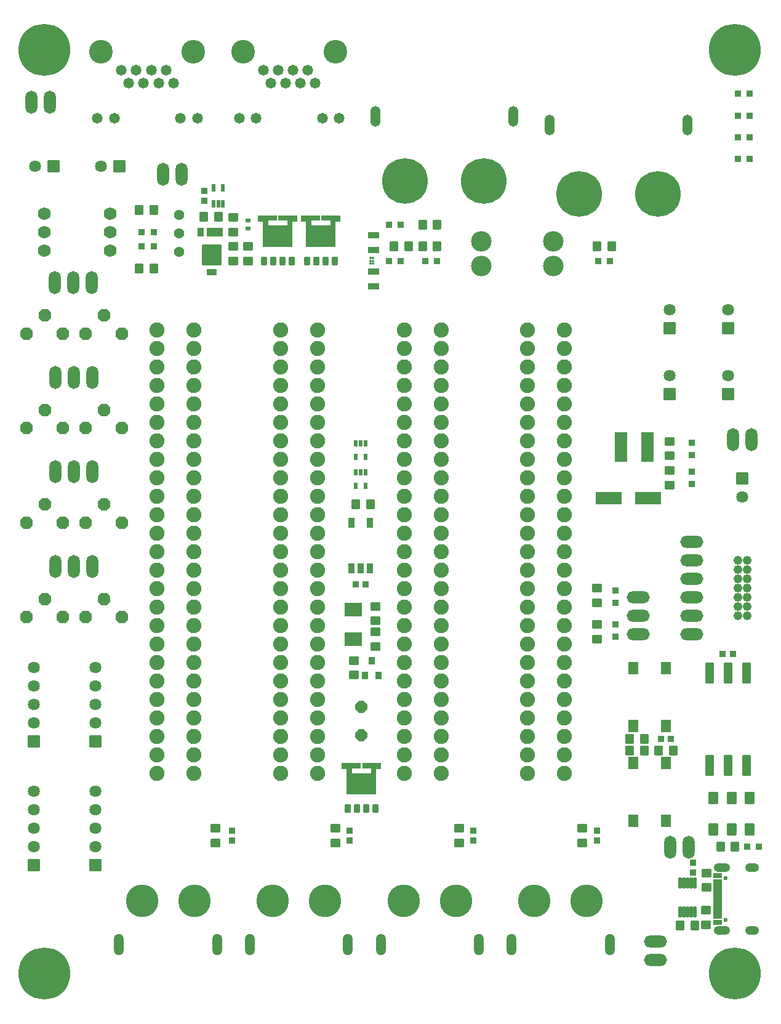
<source format=gbr>
%TF.GenerationSoftware,KiCad,Pcbnew,7.0.1*%
%TF.CreationDate,2023-03-27T08:56:55+09:00*%
%TF.ProjectId,(Eagle)PowerUnit-Bseries(ver2.0),28456167-6c65-4295-906f-776572556e69,rev?*%
%TF.SameCoordinates,Original*%
%TF.FileFunction,Soldermask,Top*%
%TF.FilePolarity,Negative*%
%FSLAX46Y46*%
G04 Gerber Fmt 4.6, Leading zero omitted, Abs format (unit mm)*
G04 Created by KiCad (PCBNEW 7.0.1) date 2023-03-27 08:56:55*
%MOMM*%
%LPD*%
G01*
G04 APERTURE LIST*
G04 Aperture macros list*
%AMRoundRect*
0 Rectangle with rounded corners*
0 $1 Rounding radius*
0 $2 $3 $4 $5 $6 $7 $8 $9 X,Y pos of 4 corners*
0 Add a 4 corners polygon primitive as box body*
4,1,4,$2,$3,$4,$5,$6,$7,$8,$9,$2,$3,0*
0 Add four circle primitives for the rounded corners*
1,1,$1+$1,$2,$3*
1,1,$1+$1,$4,$5*
1,1,$1+$1,$6,$7*
1,1,$1+$1,$8,$9*
0 Add four rect primitives between the rounded corners*
20,1,$1+$1,$2,$3,$4,$5,0*
20,1,$1+$1,$4,$5,$6,$7,0*
20,1,$1+$1,$6,$7,$8,$9,0*
20,1,$1+$1,$8,$9,$2,$3,0*%
%AMFreePoly0*
4,1,17,0.386627,0.869901,0.869901,0.386627,0.888500,0.341726,0.888500,-0.341726,0.869901,-0.386627,0.386627,-0.869901,0.341726,-0.888500,-0.341726,-0.888500,-0.386627,-0.869901,-0.869901,-0.386627,-0.888500,-0.341726,-0.888500,0.341726,-0.869901,0.386627,-0.386627,0.869901,-0.341726,0.888500,0.341726,0.888500,0.386627,0.869901,0.386627,0.869901,$1*%
%AMFreePoly1*
4,1,17,0.355561,0.794901,0.794901,0.355561,0.813500,0.310660,0.813500,-0.310660,0.794901,-0.355561,0.355561,-0.794901,0.310660,-0.813500,-0.310660,-0.813500,-0.355561,-0.794901,-0.794901,-0.355561,-0.813500,-0.310660,-0.813500,0.310660,-0.794901,0.355561,-0.355561,0.794901,-0.310660,0.813500,0.310660,0.813500,0.355561,0.794901,0.355561,0.794901,$1*%
G04 Aperture macros list end*
%ADD10RoundRect,0.063500X0.600000X-0.500000X0.600000X0.500000X-0.600000X0.500000X-0.600000X-0.500000X0*%
%ADD11RoundRect,0.063500X0.200000X0.400000X-0.200000X0.400000X-0.200000X-0.400000X0.200000X-0.400000X0*%
%ADD12RoundRect,0.063500X0.400000X-0.400000X0.400000X0.400000X-0.400000X0.400000X-0.400000X-0.400000X0*%
%ADD13RoundRect,0.063500X0.750000X-0.750000X0.750000X0.750000X-0.750000X0.750000X-0.750000X-0.750000X0*%
%ADD14C,1.627000*%
%ADD15RoundRect,0.063500X1.750000X0.800000X-1.750000X0.800000X-1.750000X-0.800000X1.750000X-0.800000X0*%
%ADD16RoundRect,0.063500X-0.635000X0.381000X-0.635000X-0.381000X0.635000X-0.381000X0.635000X0.381000X0*%
%ADD17RoundRect,0.063500X-1.270000X1.335000X-1.270000X-1.335000X1.270000X-1.335000X1.270000X1.335000X0*%
%ADD18RoundRect,0.063500X0.500000X0.600000X-0.500000X0.600000X-0.500000X-0.600000X0.500000X-0.600000X0*%
%ADD19RoundRect,0.063500X-0.500000X-0.600000X0.500000X-0.600000X0.500000X0.600000X-0.500000X0.600000X0*%
%ADD20FreePoly0,0.000000*%
%ADD21RoundRect,0.063500X-0.400000X0.350000X-0.400000X-0.350000X0.400000X-0.350000X0.400000X0.350000X0*%
%ADD22RoundRect,0.063500X-0.750000X0.750000X-0.750000X-0.750000X0.750000X-0.750000X0.750000X0.750000X0*%
%ADD23C,4.477000*%
%ADD24O,1.327000X2.977000*%
%ADD25RoundRect,0.063500X-0.150000X-0.675000X0.150000X-0.675000X0.150000X0.675000X-0.150000X0.675000X0*%
%ADD26C,3.200000*%
%ADD27C,7.137400*%
%ADD28RoundRect,0.063500X-0.750000X-0.750000X0.750000X-0.750000X0.750000X0.750000X-0.750000X0.750000X0*%
%ADD29RoundRect,0.063500X0.750000X2.000000X-0.750000X2.000000X-0.750000X-2.000000X0.750000X-2.000000X0*%
%ADD30O,1.651000X3.175000*%
%ADD31RoundRect,0.063500X0.400000X0.600000X-0.400000X0.600000X-0.400000X-0.600000X0.400000X-0.600000X0*%
%ADD32C,3.250000*%
%ADD33C,1.477000*%
%ADD34RoundRect,0.063500X-0.340000X-0.550000X0.340000X-0.550000X0.340000X0.550000X-0.340000X0.550000X0*%
%ADD35RoundRect,0.162100X-0.241400X-0.451400X0.241400X-0.451400X0.241400X0.451400X-0.241400X0.451400X0*%
%ADD36RoundRect,0.063500X0.225000X0.475000X-0.225000X0.475000X-0.225000X-0.475000X0.225000X-0.475000X0*%
%ADD37C,0.600000*%
%ADD38RoundRect,0.063500X0.550000X-0.150000X0.550000X0.150000X-0.550000X0.150000X-0.550000X-0.150000X0*%
%ADD39RoundRect,0.063500X0.550000X0.300000X-0.550000X0.300000X-0.550000X-0.300000X0.550000X-0.300000X0*%
%ADD40O,2.227000X1.227000*%
%ADD41O,1.927000X1.227000*%
%ADD42O,3.175000X1.651000*%
%ADD43RoundRect,0.063500X-0.650000X0.775000X-0.650000X-0.775000X0.650000X-0.775000X0.650000X0.775000X0*%
%ADD44RoundRect,0.063500X-0.700000X0.400000X-0.700000X-0.400000X0.700000X-0.400000X0.700000X0.400000X0*%
%ADD45C,6.277000*%
%ADD46O,1.327000X2.827000*%
%ADD47RoundRect,0.063500X-0.400000X0.550000X-0.400000X-0.550000X0.400000X-0.550000X0.400000X0.550000X0*%
%ADD48RoundRect,0.063500X-1.000000X0.550000X-1.000000X-0.550000X1.000000X-0.550000X1.000000X0.550000X0*%
%ADD49RoundRect,0.063500X0.400000X0.400000X-0.400000X0.400000X-0.400000X-0.400000X0.400000X-0.400000X0*%
%ADD50C,2.077000*%
%ADD51RoundRect,0.063500X-0.400000X-0.400000X0.400000X-0.400000X0.400000X0.400000X-0.400000X0.400000X0*%
%ADD52RoundRect,0.178500X0.000000X0.000000X0.000000X0.000000X0.000000X0.000000X0.000000X0.000000X0*%
%ADD53C,1.762000*%
%ADD54C,1.227000*%
%ADD55RoundRect,0.063500X-0.400000X-0.450000X0.400000X-0.450000X0.400000X0.450000X-0.400000X0.450000X0*%
%ADD56RoundRect,0.063500X0.500000X-1.350000X0.500000X1.350000X-0.500000X1.350000X-0.500000X-1.350000X0*%
%ADD57RoundRect,0.063500X-0.600000X0.500000X-0.600000X-0.500000X0.600000X-0.500000X0.600000X0.500000X0*%
%ADD58RoundRect,0.063500X-0.350000X-0.400000X0.350000X-0.400000X0.350000X0.400000X-0.350000X0.400000X0*%
%ADD59RoundRect,0.063500X1.080000X-0.890000X1.080000X0.890000X-1.080000X0.890000X-1.080000X-0.890000X0*%
%ADD60RoundRect,0.063500X0.350000X0.400000X-0.350000X0.400000X-0.350000X-0.400000X0.350000X-0.400000X0*%
%ADD61RoundRect,0.063500X0.700000X-0.400000X0.700000X0.400000X-0.700000X0.400000X-0.700000X-0.400000X0*%
%ADD62C,2.827000*%
%ADD63C,1.427000*%
%ADD64RoundRect,0.063500X-0.250000X0.225000X-0.250000X-0.225000X0.250000X-0.225000X0.250000X0.225000X0*%
%ADD65RoundRect,0.063500X-0.650000X0.750000X-0.650000X-0.750000X0.650000X-0.750000X0.650000X0.750000X0*%
%ADD66FreePoly1,90.000000*%
%ADD67RoundRect,0.063500X-0.600000X-0.750000X0.600000X-0.750000X0.600000X0.750000X-0.600000X0.750000X0*%
G04 APERTURE END LIST*
%TO.C,Q10*%
G36*
X144501100Y-140273600D02*
G01*
X143301100Y-140273600D01*
X143301100Y-140933600D01*
X145901100Y-140933600D01*
X145901100Y-140273600D01*
X144701100Y-140273600D01*
X144701100Y-139563600D01*
X147301100Y-139563600D01*
X147301100Y-140373600D01*
X146631100Y-140373600D01*
X146631100Y-143853600D01*
X142571100Y-143853600D01*
X142571100Y-140373600D01*
X141901100Y-140373600D01*
X141901100Y-139563600D01*
X144501100Y-139563600D01*
X144501100Y-140273600D01*
G37*
%TO.C,Q1*%
G36*
X138901100Y-64973600D02*
G01*
X137701100Y-64973600D01*
X137701100Y-65633600D01*
X140301100Y-65633600D01*
X140301100Y-64973600D01*
X139101100Y-64973600D01*
X139101100Y-64263600D01*
X141701100Y-64263600D01*
X141701100Y-65073600D01*
X141031100Y-65073600D01*
X141031100Y-68553600D01*
X136971100Y-68553600D01*
X136971100Y-65073600D01*
X136301100Y-65073600D01*
X136301100Y-64263600D01*
X138901100Y-64263600D01*
X138901100Y-64973600D01*
G37*
%TO.C,Q6*%
G36*
X132981100Y-64973600D02*
G01*
X131781100Y-64973600D01*
X131781100Y-65633600D01*
X134381100Y-65633600D01*
X134381100Y-64973600D01*
X133181100Y-64973600D01*
X133181100Y-64263600D01*
X135781100Y-64263600D01*
X135781100Y-65073600D01*
X135111100Y-65073600D01*
X135111100Y-68553600D01*
X131051100Y-68553600D01*
X131051100Y-65073600D01*
X130381100Y-65073600D01*
X130381100Y-64263600D01*
X132981100Y-64263600D01*
X132981100Y-64973600D01*
G37*
%TD*%
D10*
%TO.C,R88*%
X187001100Y-101303600D03*
X187001100Y-99303600D03*
%TD*%
D11*
%TO.C,U19*%
X143851100Y-99553600D03*
X144501100Y-99553600D03*
X145151100Y-99553600D03*
X143851100Y-101453600D03*
X145151100Y-101453600D03*
%TD*%
D10*
%TO.C,R108*%
X175001100Y-150503600D03*
X175001100Y-148503600D03*
%TD*%
D12*
%TO.C,ALIVE*%
X196351100Y-47503600D03*
X198001100Y-47503600D03*
%TD*%
D13*
%TO.C,POW*%
X197001100Y-100383600D03*
D14*
X197001100Y-102923600D03*
%TD*%
D15*
%TO.C,C7*%
X178601100Y-103103600D03*
X184001100Y-103103600D03*
%TD*%
D12*
%TO.C,LED3*%
X114351100Y-66503600D03*
X116001100Y-66503600D03*
%TD*%
D16*
%TO.C,SB5*%
X124001100Y-72029100D03*
D17*
X124001100Y-69678100D03*
%TD*%
D18*
%TO.C,R85*%
X155001100Y-65503600D03*
X153001100Y-65503600D03*
%TD*%
D19*
%TO.C,R47*%
X185501100Y-137853600D03*
X187501100Y-137853600D03*
%TD*%
D20*
%TO.C,TP5*%
X101051100Y-104003600D03*
X98551100Y-106503600D03*
X103551100Y-106503600D03*
%TD*%
%TO.C,TP1*%
X101051100Y-78003600D03*
X98551100Y-80503600D03*
X103551100Y-80503600D03*
%TD*%
D21*
%TO.C,C43*%
X126801100Y-148803600D03*
X126801100Y-150203600D03*
%TD*%
D18*
%TO.C,R84*%
X190441100Y-161903600D03*
X188441100Y-161903600D03*
%TD*%
D14*
%TO.C,Encoder4*%
X108001100Y-143423600D03*
X108001100Y-145963600D03*
X108001100Y-148503600D03*
X108001100Y-151043600D03*
D22*
X108001100Y-153583600D03*
%TD*%
D23*
%TO.C,Motor1*%
X121601100Y-158503600D03*
X114401100Y-158503600D03*
D24*
X124751100Y-164503600D03*
X111251100Y-164503600D03*
%TD*%
D25*
%TO.C,U3*%
X188441100Y-156068600D03*
X190441100Y-160018600D03*
X189441100Y-160018600D03*
X189941100Y-160018600D03*
X188941100Y-156068600D03*
X190441100Y-156068600D03*
X189441100Y-156068600D03*
X188441100Y-160018600D03*
X188941100Y-160018600D03*
X189941100Y-156068600D03*
%TD*%
D26*
%TO.C,H1*%
X101001100Y-41503600D03*
D27*
X101001100Y-41503600D03*
%TD*%
D10*
%TO.C,R82*%
X129001100Y-70503600D03*
X129001100Y-68503600D03*
%TD*%
D28*
%TO.C,Emergency1*%
X102271100Y-57503600D03*
D14*
X99731100Y-57503600D03*
%TD*%
D20*
%TO.C,TP6*%
X109151100Y-104003600D03*
X106651100Y-106503600D03*
X111651100Y-106503600D03*
%TD*%
D29*
%TO.C,L1*%
X183901100Y-96103600D03*
X180301100Y-96103600D03*
%TD*%
D30*
%TO.C,JP10*%
X107541100Y-112503600D03*
X105001100Y-112503600D03*
X102461100Y-112503600D03*
%TD*%
D31*
%TO.C,TLP3*%
X145771100Y-106503600D03*
X143231100Y-106503600D03*
X143231100Y-112803600D03*
X145771100Y-112803600D03*
X144501100Y-112803600D03*
%TD*%
D21*
%TO.C,C72*%
X123001100Y-60853600D03*
X123001100Y-62253600D03*
%TD*%
D32*
%TO.C,RJ45_1*%
X121501100Y-41703600D03*
X108801100Y-41703600D03*
D33*
X111581100Y-44243600D03*
X112601100Y-46023600D03*
X113621100Y-44243600D03*
X114641100Y-46023600D03*
X115661100Y-44243600D03*
X116681100Y-46023600D03*
X117701100Y-44243600D03*
X118721100Y-46023600D03*
X122011100Y-50843600D03*
X119721100Y-50843600D03*
X110581100Y-50843600D03*
X108291100Y-50843600D03*
%TD*%
D34*
%TO.C,Q10*%
X144601100Y-142533600D03*
D35*
X146506100Y-145793600D03*
X142696100Y-145793600D03*
X143966100Y-145793600D03*
X145236100Y-145793600D03*
%TD*%
D20*
%TO.C,TP7*%
X101051100Y-117003600D03*
X98551100Y-119503600D03*
X103551100Y-119503600D03*
%TD*%
D36*
%TO.C,U27*%
X125551100Y-62653600D03*
X125551100Y-60453600D03*
X124251100Y-62653600D03*
X124251100Y-60453600D03*
X124901100Y-62653600D03*
%TD*%
D18*
%TO.C,R45*%
X183501100Y-137853600D03*
X181501100Y-137853600D03*
%TD*%
D21*
%TO.C,C3*%
X190191100Y-153233600D03*
X190191100Y-154633600D03*
%TD*%
D37*
%TO.C,USB1*%
X194671100Y-161133600D03*
X194671100Y-155353600D03*
D38*
X193611100Y-159493600D03*
X193611100Y-156493600D03*
X193611100Y-157993600D03*
X193611100Y-158993600D03*
X193611100Y-158493600D03*
X193611100Y-157493600D03*
D39*
X193611100Y-161443600D03*
X193611100Y-155043600D03*
D38*
X193611100Y-156993600D03*
X193611100Y-159993600D03*
D40*
X194171100Y-162563600D03*
D41*
X198351100Y-162563600D03*
X198351100Y-153923600D03*
D40*
X194171100Y-153923600D03*
D39*
X193611100Y-160643600D03*
X193611100Y-155843600D03*
%TD*%
D12*
%TO.C,OTP*%
X148351100Y-65503600D03*
X150001100Y-65503600D03*
%TD*%
D19*
%TO.C,R79*%
X177001100Y-68503600D03*
X179001100Y-68503600D03*
%TD*%
D12*
%TO.C,SUPPLY*%
X148351100Y-70503600D03*
X150001100Y-70503600D03*
%TD*%
D42*
%TO.C,BOOTMODE*%
X185061100Y-164093600D03*
X185061100Y-166633600D03*
%TD*%
D30*
%TO.C,JP1*%
X107541100Y-86503600D03*
X105001100Y-86503600D03*
X102461100Y-86503600D03*
%TD*%
D20*
%TO.C,TP8*%
X109151100Y-117003600D03*
X106651100Y-119503600D03*
X111651100Y-119503600D03*
%TD*%
D30*
%TO.C,JP7*%
X119821100Y-58583600D03*
X117281100Y-58583600D03*
%TD*%
D19*
%TO.C,R2*%
X153001100Y-68503600D03*
X155001100Y-68503600D03*
%TD*%
D43*
%TO.C,B2*%
X186491100Y-126528600D03*
X186491100Y-134478600D03*
X181991100Y-126528600D03*
X181991100Y-134478600D03*
%TD*%
D44*
%TO.C,C66*%
X146301100Y-72003600D03*
X146301100Y-74003600D03*
%TD*%
D45*
%TO.C,BATTERY*%
X185421100Y-61253600D03*
X174521100Y-61253600D03*
D46*
X170521100Y-51853600D03*
X189421100Y-51853600D03*
%TD*%
D47*
%TO.C,SB8*%
X122501100Y-66503600D03*
D48*
X124401100Y-66503600D03*
%TD*%
D23*
%TO.C,CON4*%
X175601100Y-158503600D03*
X168401100Y-158503600D03*
D24*
X178751100Y-164503600D03*
X165251100Y-164503600D03*
%TD*%
D12*
%TO.C,GO*%
X114351100Y-68503600D03*
X116001100Y-68503600D03*
%TD*%
D49*
%TO.C,+5V*%
X190001100Y-97153600D03*
X190001100Y-95503600D03*
%TD*%
D14*
%TO.C,Encoder3*%
X99500000Y-143423600D03*
X99500000Y-145963600D03*
X99500000Y-148503600D03*
X99500000Y-151043600D03*
D22*
X99500000Y-153583600D03*
%TD*%
D50*
%TO.C,EDGE3*%
X155541100Y-140983600D03*
X155541100Y-138443600D03*
X155541100Y-135903600D03*
X155541100Y-133363600D03*
X155541100Y-130823600D03*
X155541100Y-128283600D03*
X155541100Y-125743600D03*
X155541100Y-123203600D03*
X155541100Y-120663600D03*
X155541100Y-118123600D03*
X155541100Y-115583600D03*
X155541100Y-113043600D03*
X155541100Y-110503600D03*
X155541100Y-107963600D03*
X155541100Y-105423600D03*
X155541100Y-102883600D03*
X155541100Y-100343600D03*
X155541100Y-97803600D03*
X155541100Y-95263600D03*
X155541100Y-92723600D03*
X155541100Y-90183600D03*
X155541100Y-87643600D03*
X155541100Y-85103600D03*
X155541100Y-82563600D03*
X155541100Y-80023600D03*
X150461100Y-80023600D03*
X150461100Y-82563600D03*
X150461100Y-85103600D03*
X150461100Y-87643600D03*
X150461100Y-90183600D03*
X150461100Y-92723600D03*
X150461100Y-95263600D03*
X150461100Y-97803600D03*
X150461100Y-100343600D03*
X150461100Y-102883600D03*
X150461100Y-105423600D03*
X150461100Y-107963600D03*
X150461100Y-110503600D03*
X150461100Y-113043600D03*
X150461100Y-115583600D03*
X150461100Y-118123600D03*
X150461100Y-120663600D03*
X150461100Y-123203600D03*
X150461100Y-125743600D03*
X150461100Y-128283600D03*
X150461100Y-130823600D03*
X150461100Y-133363600D03*
X150461100Y-135903600D03*
X150461100Y-138443600D03*
X150461100Y-140983600D03*
%TD*%
D10*
%TO.C,R80*%
X127001100Y-70503600D03*
X127001100Y-68503600D03*
%TD*%
D22*
%TO.C,Encoder2*%
X108001100Y-136583600D03*
D14*
X108001100Y-134043600D03*
X108001100Y-131503600D03*
X108001100Y-128963600D03*
X108001100Y-126423600D03*
%TD*%
D50*
%TO.C,EDGE1*%
X121541100Y-140983600D03*
X121541100Y-138443600D03*
X121541100Y-135903600D03*
X121541100Y-133363600D03*
X121541100Y-130823600D03*
X121541100Y-128283600D03*
X121541100Y-125743600D03*
X121541100Y-123203600D03*
X121541100Y-120663600D03*
X121541100Y-118123600D03*
X121541100Y-115583600D03*
X121541100Y-113043600D03*
X121541100Y-110503600D03*
X121541100Y-107963600D03*
X121541100Y-105423600D03*
X121541100Y-102883600D03*
X121541100Y-100343600D03*
X121541100Y-97803600D03*
X121541100Y-95263600D03*
X121541100Y-92723600D03*
X121541100Y-90183600D03*
X121541100Y-87643600D03*
X121541100Y-85103600D03*
X121541100Y-82563600D03*
X121541100Y-80023600D03*
X116461100Y-80023600D03*
X116461100Y-82563600D03*
X116461100Y-85103600D03*
X116461100Y-87643600D03*
X116461100Y-90183600D03*
X116461100Y-92723600D03*
X116461100Y-95263600D03*
X116461100Y-97803600D03*
X116461100Y-100343600D03*
X116461100Y-102883600D03*
X116461100Y-105423600D03*
X116461100Y-107963600D03*
X116461100Y-110503600D03*
X116461100Y-113043600D03*
X116461100Y-115583600D03*
X116461100Y-118123600D03*
X116461100Y-120663600D03*
X116461100Y-123203600D03*
X116461100Y-125743600D03*
X116461100Y-128283600D03*
X116461100Y-130823600D03*
X116461100Y-133363600D03*
X116461100Y-135903600D03*
X116461100Y-138443600D03*
X116461100Y-140983600D03*
%TD*%
D10*
%TO.C,R32*%
X146501100Y-123503600D03*
X146501100Y-121503600D03*
%TD*%
D26*
%TO.C,H3*%
X196001100Y-168503600D03*
D27*
X196001100Y-168503600D03*
%TD*%
D18*
%TO.C,R113*%
X116001100Y-63503600D03*
X114001100Y-63503600D03*
%TD*%
D51*
%TO.C,LED11*%
X179501100Y-115853600D03*
X179501100Y-117503600D03*
%TD*%
D22*
%TO.C,Encoder1*%
X99500000Y-136583600D03*
D14*
X99500000Y-134043600D03*
X99500000Y-131503600D03*
X99500000Y-128963600D03*
X99500000Y-126423600D03*
%TD*%
D52*
%TO.C,U14*%
X146201100Y-70503600D03*
X146201100Y-70903600D03*
X145801100Y-70103600D03*
X145801100Y-70503600D03*
X146201100Y-70103600D03*
X145801100Y-70903600D03*
%TD*%
D18*
%TO.C,R116*%
X116001100Y-71503600D03*
X114001100Y-71503600D03*
%TD*%
D53*
%TO.C,SW4*%
X101001100Y-63963600D03*
X101001100Y-66503600D03*
X101001100Y-69043600D03*
%TD*%
D12*
%TO.C,LED1*%
X153351100Y-70503600D03*
X155001100Y-70503600D03*
%TD*%
D28*
%TO.C,INV_SW2*%
X111271100Y-57503600D03*
D14*
X108731100Y-57503600D03*
%TD*%
D19*
%TO.C,R5*%
X149101100Y-68503600D03*
X151101100Y-68503600D03*
%TD*%
D50*
%TO.C,EDGE2*%
X138541100Y-140983600D03*
X138541100Y-138443600D03*
X138541100Y-135903600D03*
X138541100Y-133363600D03*
X138541100Y-130823600D03*
X138541100Y-128283600D03*
X138541100Y-125743600D03*
X138541100Y-123203600D03*
X138541100Y-120663600D03*
X138541100Y-118123600D03*
X138541100Y-115583600D03*
X138541100Y-113043600D03*
X138541100Y-110503600D03*
X138541100Y-107963600D03*
X138541100Y-105423600D03*
X138541100Y-102883600D03*
X138541100Y-100343600D03*
X138541100Y-97803600D03*
X138541100Y-95263600D03*
X138541100Y-92723600D03*
X138541100Y-90183600D03*
X138541100Y-87643600D03*
X138541100Y-85103600D03*
X138541100Y-82563600D03*
X138541100Y-80023600D03*
X133461100Y-80023600D03*
X133461100Y-82563600D03*
X133461100Y-85103600D03*
X133461100Y-87643600D03*
X133461100Y-90183600D03*
X133461100Y-92723600D03*
X133461100Y-95263600D03*
X133461100Y-97803600D03*
X133461100Y-100343600D03*
X133461100Y-102883600D03*
X133461100Y-105423600D03*
X133461100Y-107963600D03*
X133461100Y-110503600D03*
X133461100Y-113043600D03*
X133461100Y-115583600D03*
X133461100Y-118123600D03*
X133461100Y-120663600D03*
X133461100Y-123203600D03*
X133461100Y-125743600D03*
X133461100Y-128283600D03*
X133461100Y-130823600D03*
X133461100Y-133363600D03*
X133461100Y-135903600D03*
X133461100Y-138443600D03*
X133461100Y-140983600D03*
%TD*%
D21*
%TO.C,C46*%
X143001100Y-148803600D03*
X143001100Y-150203600D03*
%TD*%
D23*
%TO.C,Motor3*%
X157601100Y-158503600D03*
X150401100Y-158503600D03*
D24*
X160751100Y-164503600D03*
X147251100Y-164503600D03*
%TD*%
D30*
%TO.C,POW*%
X198271100Y-95053600D03*
X195731100Y-95053600D03*
%TD*%
D45*
%TO.C,THRU*%
X150551100Y-59503600D03*
X161451100Y-59503600D03*
D46*
X146551100Y-50603600D03*
X165451100Y-50603600D03*
%TD*%
D10*
%TO.C,R9*%
X192001100Y-161803600D03*
X192001100Y-159803600D03*
%TD*%
D54*
%TO.C,ML1*%
X197636100Y-119263600D03*
X196366100Y-119263600D03*
X197636100Y-117993600D03*
X196366100Y-117993600D03*
X197636100Y-116723600D03*
X196366100Y-116723600D03*
X197636100Y-115453600D03*
X196366100Y-115453600D03*
X197636100Y-114183600D03*
X196366100Y-114183600D03*
X197636100Y-112913600D03*
X196366100Y-112913600D03*
X197636100Y-111643600D03*
X196366100Y-111643600D03*
%TD*%
D30*
%TO.C,JP8*%
X107461100Y-73503600D03*
X104921100Y-73503600D03*
X102381100Y-73503600D03*
%TD*%
D55*
%TO.C,ZD5*%
X145051100Y-127503600D03*
X146001100Y-125503600D03*
X146951100Y-127503600D03*
%TD*%
D12*
%TO.C,COM*%
X196351100Y-50503600D03*
X198001100Y-50503600D03*
%TD*%
%TO.C,DISABLE*%
X196351100Y-56503600D03*
X198001100Y-56503600D03*
%TD*%
D10*
%TO.C,R87*%
X177001100Y-122503600D03*
X177001100Y-120503600D03*
%TD*%
D30*
%TO.C,GND*%
X101771100Y-48713600D03*
X99231100Y-48713600D03*
%TD*%
D12*
%TO.C,BATTERY*%
X177151100Y-70503600D03*
X178801100Y-70503600D03*
%TD*%
D20*
%TO.C,TP3*%
X101051100Y-91003600D03*
X98551100Y-93503600D03*
X103551100Y-93503600D03*
%TD*%
D12*
%TO.C,DEBUG*%
X196351100Y-53503600D03*
X198001100Y-53503600D03*
%TD*%
D22*
%TO.C,CTRL2*%
X195001100Y-88773600D03*
D14*
X195001100Y-86233600D03*
%TD*%
D10*
%TO.C,R57*%
X124501100Y-150503600D03*
X124501100Y-148503600D03*
%TD*%
%TO.C,R103*%
X158001100Y-150503600D03*
X158001100Y-148503600D03*
%TD*%
D32*
%TO.C,RJ45_2*%
X141001100Y-41703600D03*
X128301100Y-41703600D03*
D33*
X131081100Y-44243600D03*
X132101100Y-46023600D03*
X133121100Y-44243600D03*
X134141100Y-46023600D03*
X135161100Y-44243600D03*
X136181100Y-46023600D03*
X137201100Y-44243600D03*
X138221100Y-46023600D03*
X141511100Y-50843600D03*
X139221100Y-50843600D03*
X130081100Y-50843600D03*
X127791100Y-50843600D03*
%TD*%
D30*
%TO.C,ECHO*%
X189651100Y-151103600D03*
X187111100Y-151103600D03*
%TD*%
D56*
%TO.C,SW2*%
X192461100Y-139873600D03*
X197541100Y-127173600D03*
X197541100Y-139873600D03*
X192461100Y-127173600D03*
X195001100Y-139873600D03*
X195001100Y-127173600D03*
%TD*%
D21*
%TO.C,C60*%
X160001100Y-148803600D03*
X160001100Y-150203600D03*
%TD*%
D57*
%TO.C,R86*%
X177001100Y-115503600D03*
X177001100Y-117503600D03*
%TD*%
D10*
%TO.C,R119*%
X143551100Y-127453600D03*
X143551100Y-125453600D03*
%TD*%
D58*
%TO.C,C35*%
X185801100Y-136203600D03*
X187201100Y-136203600D03*
%TD*%
D59*
%TO.C,D4*%
X143501100Y-122528600D03*
X143501100Y-118478600D03*
%TD*%
D57*
%TO.C,R8*%
X192051100Y-154653600D03*
X192051100Y-156653600D03*
%TD*%
D34*
%TO.C,Q1*%
X139001100Y-67233600D03*
D35*
X140906100Y-70493600D03*
X137096100Y-70493600D03*
X138366100Y-70493600D03*
X139636100Y-70493600D03*
%TD*%
D18*
%TO.C,R83*%
X124901100Y-64453600D03*
X122901100Y-64453600D03*
%TD*%
D10*
%TO.C,R98*%
X141001100Y-150503600D03*
X141001100Y-148503600D03*
%TD*%
D22*
%TO.C,THRU2*%
X187001100Y-88773600D03*
D14*
X187001100Y-86233600D03*
%TD*%
D20*
%TO.C,TP2*%
X109151100Y-78003600D03*
X106651100Y-80503600D03*
X111651100Y-80503600D03*
%TD*%
D30*
%TO.C,JP9*%
X107541100Y-99503600D03*
X105001100Y-99503600D03*
X102461100Y-99503600D03*
%TD*%
D19*
%TO.C,R46*%
X181501100Y-136203600D03*
X183501100Y-136203600D03*
%TD*%
D10*
%TO.C,R89*%
X187001100Y-97303600D03*
X187001100Y-95303600D03*
%TD*%
D60*
%TO.C,C15*%
X195701100Y-124503600D03*
X194301100Y-124503600D03*
%TD*%
D12*
%TO.C,TXD*%
X197641100Y-151003600D03*
X199291100Y-151003600D03*
%TD*%
D20*
%TO.C,TP4*%
X109151100Y-91003600D03*
X106651100Y-93503600D03*
X111651100Y-93503600D03*
%TD*%
D61*
%TO.C,C2*%
X146301100Y-69003600D03*
X146301100Y-67003600D03*
%TD*%
D57*
%TO.C,R6*%
X146501100Y-118003600D03*
X146501100Y-120003600D03*
%TD*%
D42*
%TO.C,JP11*%
X190001100Y-121853600D03*
X190001100Y-119313600D03*
X190001100Y-116773600D03*
X190001100Y-114233600D03*
X190001100Y-111693600D03*
X190001100Y-109153600D03*
%TD*%
D22*
%TO.C,THRU1*%
X187001100Y-79773600D03*
D14*
X187001100Y-77233600D03*
%TD*%
D34*
%TO.C,Q6*%
X133081100Y-67233600D03*
D35*
X134986100Y-70493600D03*
X131176100Y-70493600D03*
X132446100Y-70493600D03*
X133716100Y-70493600D03*
%TD*%
D42*
%TO.C,JP6*%
X182701100Y-121843600D03*
X182701100Y-119303600D03*
X182701100Y-116763600D03*
%TD*%
D23*
%TO.C,MOTER*%
X139601100Y-158503600D03*
X132401100Y-158503600D03*
D24*
X142751100Y-164503600D03*
X129251100Y-164503600D03*
%TD*%
D18*
%TO.C,R10*%
X196001100Y-151003600D03*
X194001100Y-151003600D03*
%TD*%
D62*
%TO.C,FUSE1*%
X161041100Y-67803600D03*
X161041100Y-71203600D03*
X170961100Y-67803600D03*
X170961100Y-71203600D03*
%TD*%
D63*
%TO.C,SW1*%
X119501100Y-66703600D03*
X119501100Y-69243600D03*
X119501100Y-64163600D03*
%TD*%
D64*
%TO.C,NTC1*%
X129001100Y-64978600D03*
X129001100Y-66028600D03*
%TD*%
D50*
%TO.C,EDGE4*%
X172541100Y-140983600D03*
X172541100Y-138443600D03*
X172541100Y-135903600D03*
X172541100Y-133363600D03*
X172541100Y-130823600D03*
X172541100Y-128283600D03*
X172541100Y-125743600D03*
X172541100Y-123203600D03*
X172541100Y-120663600D03*
X172541100Y-118123600D03*
X172541100Y-115583600D03*
X172541100Y-113043600D03*
X172541100Y-110503600D03*
X172541100Y-107963600D03*
X172541100Y-105423600D03*
X172541100Y-102883600D03*
X172541100Y-100343600D03*
X172541100Y-97803600D03*
X172541100Y-95263600D03*
X172541100Y-92723600D03*
X172541100Y-90183600D03*
X172541100Y-87643600D03*
X172541100Y-85103600D03*
X172541100Y-82563600D03*
X172541100Y-80023600D03*
X167461100Y-80023600D03*
X167461100Y-82563600D03*
X167461100Y-85103600D03*
X167461100Y-87643600D03*
X167461100Y-90183600D03*
X167461100Y-92723600D03*
X167461100Y-95263600D03*
X167461100Y-97803600D03*
X167461100Y-100343600D03*
X167461100Y-102883600D03*
X167461100Y-105423600D03*
X167461100Y-107963600D03*
X167461100Y-110503600D03*
X167461100Y-113043600D03*
X167461100Y-115583600D03*
X167461100Y-118123600D03*
X167461100Y-120663600D03*
X167461100Y-123203600D03*
X167461100Y-125743600D03*
X167461100Y-128283600D03*
X167461100Y-130823600D03*
X167461100Y-133363600D03*
X167461100Y-135903600D03*
X167461100Y-138443600D03*
X167461100Y-140983600D03*
%TD*%
D10*
%TO.C,R81*%
X127001100Y-66503600D03*
X127001100Y-64503600D03*
%TD*%
D19*
%TO.C,R122*%
X143801100Y-104003600D03*
X145801100Y-104003600D03*
%TD*%
D65*
%TO.C,B1*%
X186491100Y-139553600D03*
X186491100Y-147453600D03*
X181991100Y-139553600D03*
X181991100Y-147453600D03*
%TD*%
D49*
%TO.C,+3V3*%
X190001100Y-101153600D03*
X190001100Y-99503600D03*
%TD*%
D53*
%TO.C,SW5*%
X110001100Y-63963600D03*
X110001100Y-66503600D03*
X110001100Y-69043600D03*
%TD*%
D22*
%TO.C,CTRL1*%
X195001100Y-79773600D03*
D14*
X195001100Y-77233600D03*
%TD*%
D66*
%TO.C,R3*%
X144601100Y-135743600D03*
X144601100Y-131806600D03*
%TD*%
D60*
%TO.C,C70*%
X145201100Y-115003600D03*
X143801100Y-115003600D03*
%TD*%
D21*
%TO.C,C64*%
X177001100Y-148803600D03*
X177001100Y-150203600D03*
%TD*%
D49*
%TO.C,U5V*%
X179501100Y-122153600D03*
X179501100Y-120503600D03*
%TD*%
D11*
%TO.C,U16*%
X143851100Y-95553600D03*
X144501100Y-95553600D03*
X145151100Y-95553600D03*
X143851100Y-97453600D03*
X145151100Y-97453600D03*
%TD*%
D67*
%TO.C,SW3*%
X193001100Y-144353600D03*
X193001100Y-148653600D03*
X195501100Y-144353600D03*
X195501100Y-148653600D03*
X198001100Y-144353600D03*
X198001100Y-148653600D03*
%TD*%
D26*
%TO.C,H2*%
X196001100Y-41503600D03*
D27*
X196001100Y-41503600D03*
%TD*%
D26*
%TO.C,H4*%
X101001100Y-168503600D03*
D27*
X101001100Y-168503600D03*
%TD*%
M02*

</source>
